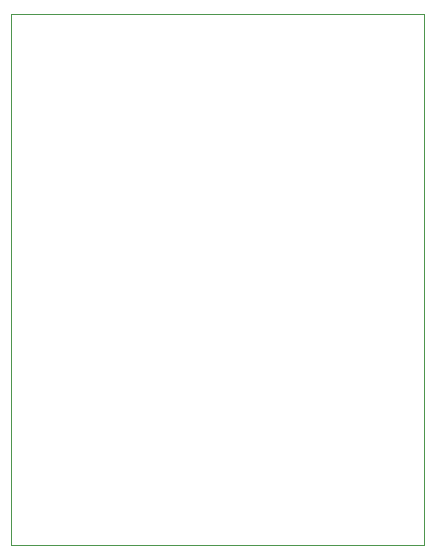
<source format=gko>
G04 Layer_Color=16711935*
%FSLAX24Y24*%
%MOIN*%
G70*
G01*
G75*
%ADD76C,0.0039*%
D76*
X-0Y0D02*
X13780D01*
X-0D02*
Y17717D01*
X13780Y0D02*
Y17717D01*
X-0Y17717D02*
X13780D01*
M02*

</source>
